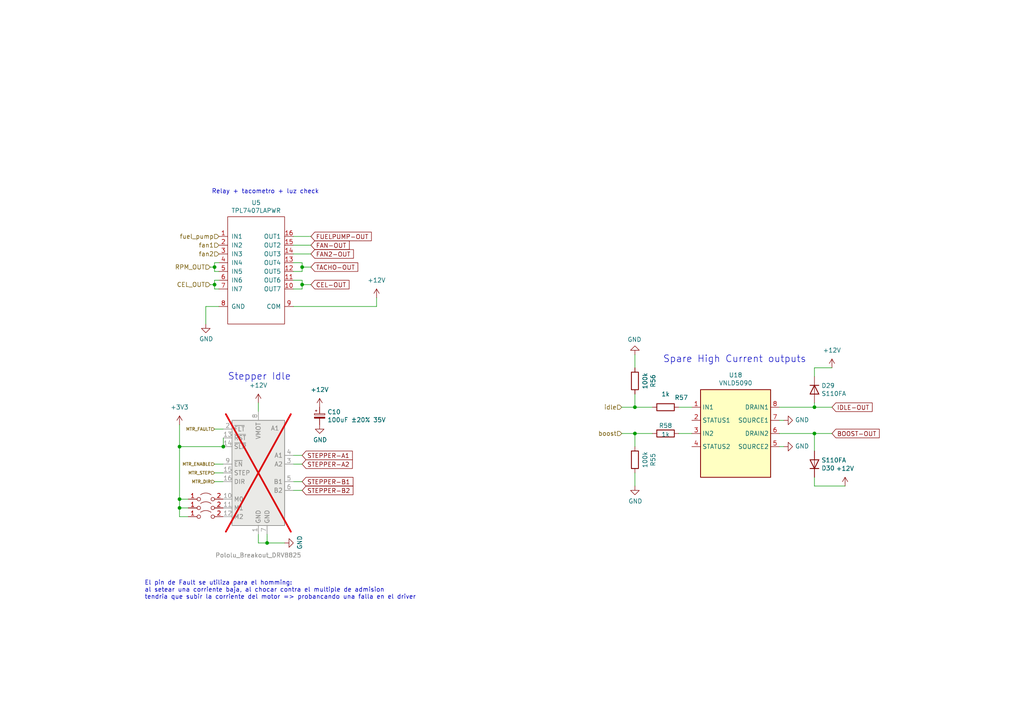
<source format=kicad_sch>
(kicad_sch (version 20241004) (generator "eeschema") (generator_version "8.99")
  (paper "A4")
  (title_block (title "μEFI (Speeduino FW compatible)") (date "2023-12-25") (rev "v6.1") (company "Churrosoft ®") (comment 1 "CERN-OHL-S-2.0 license"))
  (lib_symbols
    (symbol "Device:CP_Small" (pin_numbers (hide yes)) (pin_names (offset 0.254) (hide yes))
      (property "Reference" "C" (at 0.254 1.778 0))
      (property "Value" "CP_Small" (at 0.254 -2.032 0))
      (symbol "CP_Small_0_1"
        (rectangle (start -1.524 0.6858) (end 1.524 0.3048))
        (rectangle (start -1.524 -0.3048) (end 1.524 -0.6858) (fill (type outline)))
        (polyline (pts (xy -1.27 1.524) (xy -0.762 1.524)))
        (polyline (pts (xy -1.016 1.27) (xy -1.016 1.778)))
      )
      (symbol "CP_Small_1_1"
        (pin passive line (at 0 2.54 270) (length 1.8542) (name "~") (number "1"))
        (pin passive line (at 0 -2.54 90) (length 1.8542) (name "~") (number "2"))
      )
    )
    (symbol "Device:D" (pin_numbers (hide yes)) (pin_names (offset 1.016) (hide yes))
      (property "Reference" "D" (at 0 2.54 0))
      (property "Value" "D" (at 0 -2.54 0))
      (symbol "D_0_1"
        (polyline (pts (xy -1.27 1.27) (xy -1.27 -1.27)) (stroke (width 0.254)))
        (polyline (pts (xy 1.27 1.27) (xy 1.27 -1.27) (xy -1.27 0) (xy 1.27 1.27)) (stroke (width 0.254)))
        (polyline (pts (xy 1.27 0) (xy -1.27 0)))
      )
      (symbol "D_1_1"
        (pin passive line (at -3.81 0 0) (length 2.54) (name "K") (number "1"))
        (pin passive line (at 3.81 0 180) (length 2.54) (name "A") (number "2"))
      )
    )
    (symbol "Device:R" (pin_numbers (hide yes)) (pin_names (offset 0))
      (property "Reference" "R" (at 2.032 0 90))
      (property "Value" "R" (at 0 0 90))
      (symbol "R_0_1"
        (rectangle (start -1.016 -2.54) (end 1.016 2.54) (stroke (width 0.254)))
      )
      (symbol "R_1_1"
        (pin passive line (at 0 3.81 270) (length 1.27) (name "~") (number "1"))
        (pin passive line (at 0 -3.81 90) (length 1.27) (name "~") (number "2"))
      )
    )
    (symbol "Driver_Motor:Pololu_Breakout_DRV8825"
      (property "Reference" "A" (at -2.54 16.51 0))
      (property "Value" "Pololu_Breakout_DRV8825" (at -2.54 13.97 0))
      (symbol "Pololu_Breakout_DRV8825_0_1"
        (rectangle (start 7.62 -17.78) (end -7.62 12.7) (stroke (width 0.254)) (fill (type background)))
      )
      (symbol "Pololu_Breakout_DRV8825_1_1"
        (pin output line (at -10.16 10.16 0) (length 2.54) (name "~{FLT}") (number "2"))
        (pin input line (at -10.16 7.62 0) (length 2.54) (name "~{RST}") (number "13"))
        (pin input line (at -10.16 5.08 0) (length 2.54) (name "~{SLP}") (number "14"))
        (pin input line (at -10.16 0 0) (length 2.54) (name "~{EN}") (number "9"))
        (pin input line (at -10.16 -2.54 0) (length 2.54) (name "STEP") (number "15"))
        (pin input line (at -10.16 -5.08 0) (length 2.54) (name "DIR") (number "16"))
        (pin input line (at -10.16 -10.16 0) (length 2.54) (name "M0") (number "10"))
        (pin input line (at -10.16 -12.7 0) (length 2.54) (name "M1") (number "11"))
        (pin input line (at -10.16 -15.24 0) (length 2.54) (name "M2") (number "12"))
        (pin power_in line (at 0 15.24 270) (length 2.54) (name "VMOT") (number "8"))
        (pin power_in line (at 0 -20.32 90) (length 2.54) (name "GND") (number "1"))
        (pin power_in line (at 2.54 -20.32 90) (length 2.54) (name "GND") (number "7"))
        (pin output line (at 10.16 2.54 180) (length 2.54) (name "A1") (number "4"))
        (pin output line (at 10.16 0 180) (length 2.54) (name "A2") (number "3"))
        (pin output line (at 10.16 -5.08 180) (length 2.54) (name "B1") (number "5"))
        (pin output line (at 10.16 -7.62 180) (length 2.54) (name "B2") (number "6"))
      )
    )
    (symbol "Jumper:Jumper_2_Open" (pin_names (offset 0) (hide yes))
      (property "Reference" "JP" (at 0 2.794 0))
      (property "Value" "Jumper_2_Open" (at 0 -2.286 0))
      (symbol "Jumper_2_Open_0_0"
        (circle (center -2.032 0) (radius 0.508))
        (circle (center 2.032 0) (radius 0.508))
      )
      (symbol "Jumper_2_Open_0_1"
        (arc (start -1.524 1.27) (mid 0 1.778) (end 1.524 1.27))
      )
      (symbol "Jumper_2_Open_1_1"
        (pin passive line (at -5.08 0 0) (length 2.54) (name "A") (number "1"))
        (pin passive line (at 5.08 0 180) (length 2.54) (name "B") (number "2"))
      )
    )
    (symbol "OpenEFI-STM32-rev3:TPL7407LAPWR" (pin_names (offset 1.016))
      (property "Reference" "U" (at -6.985 5.08 0))
      (property "Value" "TPL7407LAPWR" (at 0 -22.86 0))
      (symbol "TPL7407LAPWR_0_1"
        (rectangle (start -8.255 6.35) (end 8.255 -24.765))
      )
      (symbol "TPL7407LAPWR_1_1"
        (pin input line (at -10.795 0.635 0) (length 2.54) (name "IN1") (number "1"))
        (pin input line (at -10.795 -1.905 0) (length 2.54) (name "IN2") (number "2"))
        (pin input line (at -10.795 -4.445 0) (length 2.54) (name "IN3") (number "3"))
        (pin input line (at -10.795 -6.985 0) (length 2.54) (name "IN4") (number "4"))
        (pin input line (at -10.795 -9.525 0) (length 2.54) (name "IN5") (number "5"))
        (pin input line (at -10.795 -12.065 0) (length 2.54) (name "IN6") (number "6"))
        (pin input line (at -10.795 -14.605 0) (length 2.54) (name "IN7") (number "7"))
        (pin input line (at -10.795 -19.685 0) (length 2.54) (name "GND") (number "8"))
        (pin output line (at 10.795 0.635 180) (length 2.54) (name "OUT1") (number "16"))
        (pin output line (at 10.795 -1.905 180) (length 2.54) (name "OUT2") (number "15"))
        (pin output line (at 10.795 -4.445 180) (length 2.54) (name "OUT3") (number "14"))
        (pin output line (at 10.795 -6.985 180) (length 2.54) (name "OUT4") (number "13"))
        (pin output line (at 10.795 -9.525 180) (length 2.54) (name "OUT5") (number "12"))
        (pin output line (at 10.795 -12.065 180) (length 2.54) (name "OUT6") (number "11"))
        (pin output line (at 10.795 -14.605 180) (length 2.54) (name "OUT7") (number "10"))
        (pin input line (at 10.795 -19.685 180) (length 2.54) (name "COM") (number "9"))
      )
    )
    (symbol "power:+12V" (power) (pin_names (offset 0))
      (property "Value" "+12V" (at 0 3.556 0))
      (symbol "+12V_0_1"
        (polyline (pts (xy -0.762 1.27) (xy 0 2.54)))
        (polyline (pts (xy 0 2.54) (xy 0.762 1.27)))
        (polyline (pts (xy 0 0) (xy 0 2.54)))
      )
      (symbol "+12V_1_1"
        (pin power_in line (at 0 0 90) (length 0) (hide yes) (name "+12V") (number "1"))
      )
    )
    (symbol "power:+3V3" (power) (pin_names (offset 0))
      (property "Value" "+3V3" (at 0 3.556 0))
      (symbol "+3V3_0_1"
        (polyline (pts (xy -0.762 1.27) (xy 0 2.54)))
        (polyline (pts (xy 0 2.54) (xy 0.762 1.27)))
        (polyline (pts (xy 0 0) (xy 0 2.54)))
      )
      (symbol "+3V3_1_1"
        (pin power_in line (at 0 0 90) (length 0) (hide yes) (name "+3V3") (number "1"))
      )
    )
    (symbol "power:GND" (power) (pin_names (offset 0))
      (property "Value" "GND" (at 0 -3.81 0))
      (symbol "GND_0_1"
        (polyline (pts (xy 0 0) (xy 0 -1.27) (xy 1.27 -1.27) (xy 0 -2.54) (xy -1.27 -1.27) (xy 0 -1.27)))
      )
      (symbol "GND_1_1"
        (pin power_in line (at 0 0 270) (length 0) (hide yes) (name "GND") (number "1"))
      )
    )
    (symbol "v0.4.4d-rescue:VNLD5090-IC_Automotive-v0.4.4c-rescue"
      (property "Reference" "U" (at -7.62 11.43 0))
      (property "Value" "v0.4.4c-rescue_VNLD5090-IC_Automotive" (at 12.7 11.43 0))
      (symbol "VNLD5090-IC_Automotive-v0.4.4c-rescue_0_1"
        (rectangle (start -7.62 -15.24) (end 12.7 10.16) (stroke (width 0.254)) (fill (type background)))
      )
      (symbol "VNLD5090-IC_Automotive-v0.4.4c-rescue_1_1"
        (pin input line (at -10.16 5.08 0) (length 2.54) (name "IN1") (number "1"))
        (pin output line (at -10.16 1.27 0) (length 2.54) (name "STATUS1") (number "2"))
        (pin input line (at -10.16 -2.54 0) (length 2.54) (name "IN2") (number "3"))
        (pin output line (at -10.16 -6.35 0) (length 2.54) (name "STATUS2") (number "4"))
        (pin output line (at 15.24 5.08 180) (length 2.54) (name "DRAIN1") (number "8"))
        (pin input line (at 15.24 1.27 180) (length 2.54) (name "SOURCE1") (number "7"))
        (pin output line (at 15.24 -2.54 180) (length 2.54) (name "DRAIN2") (number "6"))
        (pin input line (at 15.24 -6.35 180) (length 2.54) (name "SOURCE2") (number "5"))
      )
    )
  )
  (text "Spare High Current outputs" (at 192.278 105.41 0) (effects (font (size 1.9812 1.9812)) (justify left bottom)))
  (text "El pin de Fault se utiliza para el homming:\nal setear una corriente baja, al chocar contra el multiple de admision\ntendria que subir la corriente del motor => probancando una falla en el driver" (at 41.91 171.196 0) (effects (font (size 1.27 1.27)) (justify left)))
  (text "Relay + tacometro + luz check" (at 76.962 55.626 0) (effects (font (size 1.27 1.27))))
  (text "Stepper Idle" (at 66.04 110.49 0) (effects (font (size 1.9812 1.9812)) (justify left bottom)))
  (junction (at 236.22 118.11))
  (junction (at 52.07 129.54))
  (junction (at 236.22 125.73))
  (junction (at 52.07 144.78))
  (junction (at 87.63 82.55))
  (junction (at 87.63 77.47))
  (junction (at 184.15 118.11))
  (junction (at 64.77 129.54))
  (junction (at 184.15 125.73))
  (junction (at 52.07 147.32))
  (junction (at 77.47 157.48))
  (junction (at 62.23 77.47))
  (junction (at 62.23 82.55))
  (wire (pts (xy 63.5 81.28) (xy 62.23 81.28)))
  (wire (pts (xy 52.07 129.54) (xy 64.77 129.54)))
  (wire (pts (xy 74.93 116.84) (xy 74.93 119.38)))
  (wire (pts (xy 62.23 77.47) (xy 60.96 77.47)))
  (wire (pts (xy 74.93 157.48) (xy 74.93 154.94)))
  (wire (pts (xy 52.07 123.19) (xy 52.07 129.54)))
  (wire (pts (xy 77.47 157.48) (xy 74.93 157.48)))
  (wire (pts (xy 236.22 118.11) (xy 241.3 118.11)))
  (wire (pts (xy 196.85 118.11) (xy 200.66 118.11)))
  (wire (pts (xy 52.07 144.78) (xy 52.07 129.54)))
  (wire (pts (xy 236.22 125.73) (xy 236.22 130.81)))
  (wire (pts (xy 62.23 82.55) (xy 60.96 82.55)))
  (wire (pts (xy 77.47 154.94) (xy 77.47 157.48)))
  (wire (pts (xy 62.23 76.2) (xy 62.23 77.47)))
  (wire (pts (xy 227.33 129.54) (xy 226.06 129.54)))
  (wire (pts (xy 87.63 134.62) (xy 85.09 134.62)))
  (wire (pts (xy 236.22 125.73) (xy 241.3 125.73)))
  (wire (pts (xy 52.07 147.32) (xy 54.61 147.32)))
  (wire (pts (xy 90.17 82.55) (xy 87.63 82.55)))
  (wire (pts (xy 90.17 73.66) (xy 85.09 73.66)))
  (wire (pts (xy 184.15 137.16) (xy 184.15 140.97)))
  (wire (pts (xy 236.22 106.68) (xy 241.3 106.68)))
  (wire (pts (xy 87.63 77.47) (xy 87.63 78.74)))
  (wire (pts (xy 196.85 125.73) (xy 200.66 125.73)))
  (wire (pts (xy 62.23 124.46) (xy 64.77 124.46)))
  (wire (pts (xy 184.15 129.54) (xy 184.15 125.73)))
  (wire (pts (xy 85.09 132.08) (xy 87.63 132.08)))
  (wire (pts (xy 180.34 125.73) (xy 184.15 125.73)))
  (wire (pts (xy 85.09 83.82) (xy 87.63 83.82)))
  (wire (pts (xy 63.5 76.2) (xy 62.23 76.2)))
  (wire (pts (xy 62.23 81.28) (xy 62.23 82.55)))
  (wire (pts (xy 226.06 125.73) (xy 236.22 125.73)))
  (wire (pts (xy 52.07 144.78) (xy 54.61 144.78)))
  (wire (pts (xy 236.22 116.84) (xy 236.22 118.11)))
  (wire (pts (xy 109.22 86.36) (xy 109.22 88.9)))
  (wire (pts (xy 62.23 78.74) (xy 62.23 77.47)))
  (wire (pts (xy 184.15 114.3) (xy 184.15 118.11)))
  (wire (pts (xy 226.06 118.11) (xy 236.22 118.11)))
  (wire (pts (xy 184.15 106.68) (xy 184.15 102.87)))
  (wire (pts (xy 109.22 88.9) (xy 85.09 88.9)))
  (wire (pts (xy 87.63 82.55) (xy 87.63 81.28)))
  (wire (pts (xy 236.22 106.68) (xy 236.22 109.22)))
  (wire (pts (xy 62.23 83.82) (xy 62.23 82.55)))
  (wire (pts (xy 62.23 134.62) (xy 64.77 134.62)))
  (wire (pts (xy 85.09 76.2) (xy 87.63 76.2)))
  (wire (pts (xy 63.5 83.82) (xy 62.23 83.82)))
  (wire (pts (xy 52.07 147.32) (xy 52.07 144.78)))
  (wire (pts (xy 54.61 149.86) (xy 52.07 149.86)))
  (wire (pts (xy 90.17 71.12) (xy 85.09 71.12)))
  (wire (pts (xy 87.63 78.74) (xy 85.09 78.74)))
  (wire (pts (xy 87.63 77.47) (xy 90.17 77.47)))
  (wire (pts (xy 52.07 149.86) (xy 52.07 147.32)))
  (wire (pts (xy 64.77 129.54) (xy 64.77 127)))
  (wire (pts (xy 64.77 137.16) (xy 62.23 137.16)))
  (wire (pts (xy 189.23 118.11) (xy 184.15 118.11)))
  (wire (pts (xy 87.63 81.28) (xy 85.09 81.28)))
  (wire (pts (xy 59.69 88.9) (xy 63.5 88.9)))
  (wire (pts (xy 226.06 121.92) (xy 227.33 121.92)))
  (wire (pts (xy 85.09 139.7) (xy 87.63 139.7)))
  (wire (pts (xy 62.23 139.7) (xy 64.77 139.7)))
  (wire (pts (xy 87.63 76.2) (xy 87.63 77.47)))
  (wire (pts (xy 82.55 157.48) (xy 77.47 157.48)))
  (wire (pts (xy 180.34 118.11) (xy 184.15 118.11)))
  (wire (pts (xy 236.22 140.97) (xy 236.22 138.43)))
  (wire (pts (xy 184.15 125.73) (xy 189.23 125.73)))
  (wire (pts (xy 63.5 78.74) (xy 62.23 78.74)))
  (wire (pts (xy 87.63 83.82) (xy 87.63 82.55)))
  (wire (pts (xy 87.63 142.24) (xy 85.09 142.24)))
  (wire (pts (xy 59.69 93.98) (xy 59.69 88.9)))
  (wire (pts (xy 90.17 68.58) (xy 85.09 68.58)))
  (wire (pts (xy 236.22 140.97) (xy 245.11 140.97)))
  (global_label "CEL-OUT" (shape input) (at 90.17 82.55 0) (property "Intersheetrefs" "${INTERSHEET_REFS}" (effects (hide yes))))
  (global_label "FAN2-OUT" (shape input) (at 90.17 73.66 0) (property "Intersheetrefs" "${INTERSHEET_REFS}" (effects (hide yes))))
  (global_label "BOOST-OUT" (shape input) (at 241.3 125.73 0) (property "Intersheetrefs" "${INTERSHEET_REFS}" (effects (hide yes))))
  (global_label "IDLE-OUT" (shape input) (at 241.3 118.11 0) (property "Intersheetrefs" "${INTERSHEET_REFS}" (effects (hide yes))))
  (global_label "STEPPER-B1" (shape input) (at 87.63 139.7 0) (property "Intersheetrefs" "${INTERSHEET_REFS}" (effects (hide yes))))
  (global_label "FUELPUMP-OUT" (shape input) (at 90.17 68.58 0) (property "Intersheetrefs" "${INTERSHEET_REFS}" (effects (hide yes))))
  (global_label "STEPPER-A1" (shape input) (at 87.63 132.08 0) (property "Intersheetrefs" "${INTERSHEET_REFS}" (effects (hide yes))))
  (global_label "STEPPER-B2" (shape input) (at 87.63 142.24 0) (property "Intersheetrefs" "${INTERSHEET_REFS}" (effects (hide yes))))
  (global_label "STEPPER-A2" (shape input) (at 87.63 134.62 0) (property "Intersheetrefs" "${INTERSHEET_REFS}" (effects (hide yes))))
  (global_label "FAN-OUT" (shape input) (at 90.17 71.12 0) (property "Intersheetrefs" "${INTERSHEET_REFS}" (effects (hide yes))))
  (global_label "TACHO-OUT" (shape input) (at 90.17 77.47 0) (property "Intersheetrefs" "${INTERSHEET_REFS}" (effects (hide yes))))
  (hierarchical_label "RPM_OUT" (shape input) (at 60.96 77.47 180))
  (hierarchical_label "fuel_pump" (shape input) (at 63.5 68.58 180))
  (hierarchical_label "idle" (shape input) (at 180.34 118.11 180))
  (hierarchical_label "MTR_STEP" (shape input) (at 62.23 137.16 180) (effects (font (size 0.889 0.889))))
  (hierarchical_label "CEL_OUT" (shape input) (at 60.96 82.55 180))
  (hierarchical_label "fan2" (shape input) (at 63.5 73.66 180))
  (hierarchical_label "MTR_ENABLE" (shape input) (at 62.23 134.62 180) (effects (font (size 0.889 0.889))))
  (hierarchical_label "fan1" (shape input) (at 63.5 71.12 180))
  (hierarchical_label "MTR_FAULT" (shape input) (at 62.23 124.46 180) (effects (font (size 0.889 0.889))))
  (hierarchical_label "boost" (shape input) (at 180.34 125.73 180))
  (hierarchical_label "MTR_DIR" (shape input) (at 62.23 139.7 180) (effects (font (size 0.889 0.889))))
  (symbol (lib_id "power:GND") (at 82.55 157.48 90) (unit 1)
    (property "Reference" "#PWR0138" (effects (hide yes)))
    (property "Value" "GND" (at 86.9442 157.353 0))
  )
  (symbol (lib_id "Device:R") (at 193.04 118.11 90) (unit 1)
    (property "Reference" "R57" (at 197.612 115.316 90))
    (property "Value" "1k" (at 193.04 114.3 90))
    (property "Footprint" "Resistor_SMD:R_0603_1608Metric" (effects (hide yes)))
    (property "Manufacturer_Name" "Yageo" (effects (hide yes)))
    (property "Manufacturer_Part_Number" "RC0805FR-071KL" (effects (hide yes)))
    (property "Digikey Part Number" "311-1.00KCRCT-ND" (effects (hide yes)))
    (property "LCSC" "C21190" (effects (hide yes)))
    (property "STOCK" "RES-000107-00" (effects (hide yes)))
  )
  (symbol (lib_id "power:+3V3") (at 52.07 123.19 0) (unit 1)
    (property "Reference" "#PWR0137" (effects (hide yes)))
    (property "Value" "+3V3" (at 52.07 118.11 0))
    (property "Description" "Power symbol creates a global label with name \"+3V3\"" (effects (hide yes)))
  )
  (symbol (lib_id "power:+12V") (at 74.93 116.84 0) (unit 1)
    (property "Reference" "#PWR0139" (effects (hide yes)))
    (property "Value" "+12V" (at 74.93 111.76 0))
  )
  (symbol (lib_id "power:GND") (at 59.69 93.98 0) (unit 1)
    (property "Reference" "#PWR0127" (effects (hide yes)))
    (property "Value" "GND" (at 59.8043 98.3044 0))
  )
  (symbol (lib_id "Jumper:Jumper_2_Open") (at 59.69 147.32 0) (unit 1) (in_bom no)
    (property "Reference" "JP7" (effects (hide yes)))
    (property "Value" "Jumper_2_Open" (effects (hide yes)))
    (property "Footprint" "Jumper:SolderJumper-2_P1.3mm_Open_Pad1.0x1.5mm" (effects (hide yes)))
    (property "Description" "Jumper, 2-pole, open" (effects (hide yes)))
  )
  (symbol (lib_id "Device:R") (at 184.15 133.35 0) (mirror x) (unit 1)
    (property "Reference" "R55" (at 189.4078 133.35 90))
    (property "Value" "100k" (at 187.0964 133.35 90))
    (property "Footprint" "Resistor_SMD:R_0603_1608Metric" (effects (hide yes)))
    (property "LCSC" "C25803" (effects (hide yes)))
    (property "STOCK" "RES-000229-00" (effects (hide yes)))
  )
  (symbol (lib_id "power:+12V") (at 109.22 86.36 0) (unit 1)
    (property "Reference" "#PWR0128" (effects (hide yes)))
    (property "Value" "+12V" (at 109.22 81.28 0))
  )
  (symbol (lib_id "OpenEFI-STM32-rev3:TPL7407LAPWR") (at 74.295 69.215 0) (unit 1)
    (property "Reference" "U5" (at 74.295 58.7818 0))
    (property "Value" "TPL7407LAPWR" (at 74.295 61.0805 0))
    (property "Footprint" "Package_SO:TSSOP-16_4.4x5mm_P0.65mm" (effects (hide yes)))
    (property "LCSC" "C91443" (effects (hide yes)))
    (property "STOCK" "TRA-000031-00" (effects (hide yes)))
  )
  (symbol (lib_id "Jumper:Jumper_2_Open") (at 59.69 149.86 0) (unit 1) (in_bom no)
    (property "Reference" "JP8" (effects (hide yes)))
    (property "Value" "Jumper_2_Open" (effects (hide yes)))
    (property "Footprint" "Jumper:SolderJumper-2_P1.3mm_Open_Pad1.0x1.5mm" (effects (hide yes)))
    (property "Description" "Jumper, 2-pole, open" (effects (hide yes)))
  )
  (symbol (lib_id "power:GND") (at 227.33 121.92 90) (unit 1)
    (property "Reference" "#PWR0135" (effects (hide yes)))
    (property "Value" "GND" (at 230.5812 121.793 90) (effects (justify right)))
  )
  (symbol (lib_id "power:+12V") (at 92.71 118.11 0) (unit 1)
    (property "Reference" "#PWR0179" (effects (hide yes)))
    (property "Value" "+12V" (at 92.71 113.03 0))
  )
  (symbol (lib_id "Jumper:Jumper_2_Open") (at 59.69 144.78 0) (unit 1) (in_bom no)
    (property "Reference" "JP6" (effects (hide yes)))
    (property "Value" "Jumper_2_Open" (effects (hide yes)))
    (property "Footprint" "Jumper:SolderJumper-2_P1.3mm_Open_Pad1.0x1.5mm" (effects (hide yes)))
    (property "Description" "Jumper, 2-pole, open" (effects (hide yes)))
  )
  (symbol (lib_id "power:+12V") (at 245.11 140.97 0) (unit 1)
    (property "Reference" "#PWR0174" (effects (hide yes)))
    (property "Value" "+12V" (at 245.11 135.89 0))
    (property "Description" "Power symbol creates a global label with name \"+12V\"" (effects (hide yes)))
  )
  (symbol (lib_id "Device:CP_Small") (at 92.71 120.65 0) (unit 1)
    (property "Reference" "C10" (at 94.9452 119.4816 0) (effects (justify left)))
    (property "Value" "100uF ±20% 35V" (at 94.9452 121.793 0) (effects (justify left)))
    (property "Footprint" "Capacitor_SMD:CP_Elec_6.3x7.7" (effects (hide yes)))
    (property "LCSC" "C141427" (effects (hide yes)))
    (property "STOCK" "CAP-000179-00" (effects (hide yes)))
  )
  (symbol (lib_id "power:GND") (at 92.71 123.19 0) (unit 1)
    (property "Reference" "#PWR0180" (effects (hide yes)))
    (property "Value" "GND" (at 92.837 127.5842 0))
  )
  (symbol (lib_id "Device:D") (at 236.22 134.62 270) (mirror x) (unit 1)
    (property "Reference" "D30" (at 238.2266 135.7884 90) (effects (justify left)))
    (property "Value" "S110FA" (at 238.2266 133.477 90) (effects (justify left)))
    (property "Footprint" "Diode_SMD:D_SOD-123F" (effects (hide yes)))
    (property "Digikey Part Number" "S110FACT-ND" (effects (hide yes)))
    (property "Manufacturer_Name" "ONSEMI" (effects (hide yes)))
    (property "Manufacturer_Part_Number" "S110FA" (effects (hide yes)))
    (property "URL" "https://www.digikey.com/en/products/detail/on-semiconductor/S110FA/5892098" (effects (hide yes)))
    (property "LCSC" "C556397" (effects (hide yes)))
    (property "STOCK" "DIO-000332-00" (effects (hide yes)))
  )
  (symbol (lib_id "power:GND") (at 227.33 129.54 90) (unit 1)
    (property "Reference" "#PWR0136" (effects (hide yes)))
    (property "Value" "GND" (at 230.5812 129.413 90) (effects (justify right)))
  )
  (symbol (lib_id "Driver_Motor:Pololu_Breakout_DRV8825") (at 74.93 134.62 0) (unit 1) (in_bom no) (dnp yes)
    (property "Reference" "A1" (at 79.756 124.206 0))
    (property "Value" "Pololu_Breakout_DRV8825" (at 74.93 161.036 0))
    (property "Footprint" "Module:Pololu_Breakout-16_15.2x20.3mm" (effects (hide yes)))
    (property "Datasheet" "https://www.pololu.com/product/2982" (effects (hide yes)))
    (property "LCSC" "-" (effects (hide yes)))
    (property "STOCK" "MOD-000414-00" (effects (hide yes)))
  )
  (symbol (lib_id "power:GND") (at 184.15 102.87 180) (unit 1)
    (property "Reference" "#PWR0133" (effects (hide yes)))
    (property "Value" "GND" (at 184.023 98.4758 0))
  )
  (symbol (lib_id "Device:R") (at 184.15 110.49 0) (mirror x) (unit 1)
    (property "Reference" "R56" (at 189.4078 110.49 90))
    (property "Value" "100k" (at 187.0964 110.49 90))
    (property "Footprint" "Resistor_SMD:R_0603_1608Metric" (effects (hide yes)))
    (property "LCSC" "C25803" (effects (hide yes)))
    (property "STOCK" "RES-000229-00" (effects (hide yes)))
  )
  (symbol (lib_id "power:+12V") (at 241.3 106.68 0) (unit 1)
    (property "Reference" "#PWR0173" (effects (hide yes)))
    (property "Value" "+12V" (at 241.3 101.6 0))
    (property "Description" "Power symbol creates a global label with name \"+12V\"" (effects (hide yes)))
  )
  (symbol (lib_id "Device:D") (at 236.22 113.03 270) (unit 1)
    (property "Reference" "D29" (at 238.2266 111.8616 90) (effects (justify left)))
    (property "Value" "S110FA" (at 238.2266 114.173 90) (effects (justify left)))
    (property "Footprint" "Diode_SMD:D_SOD-123F" (effects (hide yes)))
    (property "Digikey Part Number" "S110FACT-ND" (effects (hide yes)))
    (property "Manufacturer_Name" "ONSEMI" (effects (hide yes)))
    (property "Manufacturer_Part_Number" "S110FA" (effects (hide yes)))
    (property "URL" "https://www.digikey.com/en/products/detail/on-semiconductor/S110FA/5892098" (effects (hide yes)))
    (property "LCSC" "C556397" (effects (hide yes)))
    (property "STOCK" "DIO-000332-00" (effects (hide yes)))
  )
  (symbol (lib_id "Device:R") (at 193.04 125.73 270) (unit 1)
    (property "Reference" "R58" (at 193.04 123.444 90))
    (property "Value" "1k" (at 193.04 125.984 90))
    (property "Footprint" "Resistor_SMD:R_0603_1608Metric" (effects (hide yes)))
    (property "Manufacturer_Name" "Yageo" (effects (hide yes)))
    (property "Manufacturer_Part_Number" "RC0805FR-071KL" (effects (hide yes)))
    (property "Digikey Part Number" "311-1.00KCRCT-ND" (effects (hide yes)))
    (property "LCSC" "C21190" (effects (hide yes)))
    (property "STOCK" "RES-000107-00" (effects (hide yes)))
  )
  (symbol (lib_id "v0.4.4d-rescue:VNLD5090-IC_Automotive-v0.4.4c-rescue") (at 210.82 123.19 0) (unit 1)
    (property "Reference" "U18" (at 213.36 108.7882 0))
    (property "Value" "VNLD5090" (at 213.36 111.0996 0))
    (property "Footprint" "Package_SO:SOIC-8_3.9x4.9mm_P1.27mm" (effects (hide yes)))
    (property "Datasheet" "https://www.st.com/resource/en/datasheet/vnld5090-e.pdf" (effects (hide yes)))
    (property "Manufacturer_Name" "STMicro" (effects (hide yes)))
    (property "Manufacturer_Part_Number" "VNLD5090-E" (effects (hide yes)))
    (property "URL" "https://www.digikey.com.au/products/en?keywords=VNLD5090-E" (effects (hide yes)))
    (property "Digikey Part Number" "497-18682-ND" (effects (hide yes)))
    (property "LCSC" "C222209" (effects (hide yes)))
    (property "STOCK" "TRA-000362-00" (effects (hide yes)))
  )
  (symbol (lib_id "power:GND") (at 184.15 140.97 0) (unit 1)
    (property "Reference" "#PWR0134" (effects (hide yes)))
    (property "Value" "GND" (at 184.277 145.3642 0))
  )
)
</source>
